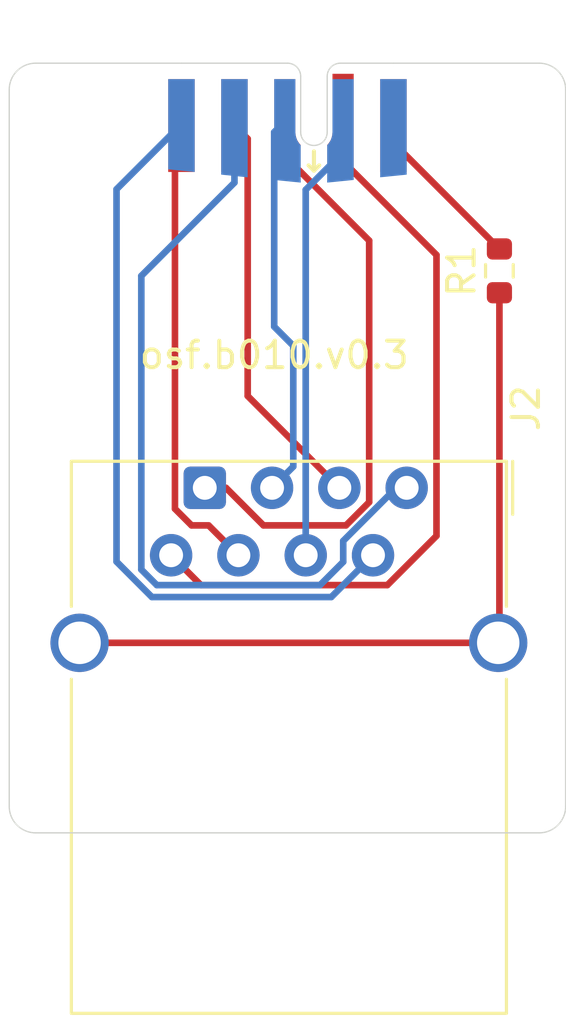
<source format=kicad_pcb>
(kicad_pcb (version 20171130) (host pcbnew "(5.1.10)-1")

  (general
    (thickness 1.6)
    (drawings 10)
    (tracks 46)
    (zones 0)
    (modules 3)
    (nets 11)
  )

  (page A4)
  (layers
    (0 F.Cu signal)
    (31 B.Cu signal)
    (32 B.Adhes user)
    (33 F.Adhes user)
    (34 B.Paste user)
    (35 F.Paste user)
    (36 B.SilkS user)
    (37 F.SilkS user)
    (38 B.Mask user)
    (39 F.Mask user)
    (40 Dwgs.User user)
    (41 Cmts.User user)
    (42 Eco1.User user)
    (43 Eco2.User user)
    (44 Edge.Cuts user)
    (45 Margin user)
    (46 B.CrtYd user)
    (47 F.CrtYd user)
    (48 B.Fab user)
    (49 F.Fab user)
  )

  (setup
    (last_trace_width 0.25)
    (trace_clearance 0.2)
    (zone_clearance 0.508)
    (zone_45_only no)
    (trace_min 0.2)
    (via_size 0.8)
    (via_drill 0.4)
    (via_min_size 0.4)
    (via_min_drill 0.3)
    (uvia_size 0.3)
    (uvia_drill 0.1)
    (uvias_allowed no)
    (uvia_min_size 0.2)
    (uvia_min_drill 0.1)
    (edge_width 0.05)
    (segment_width 0.2)
    (pcb_text_width 0.3)
    (pcb_text_size 1.5 1.5)
    (mod_edge_width 0.12)
    (mod_text_size 1 1)
    (mod_text_width 0.15)
    (pad_size 1.524 1.524)
    (pad_drill 0.762)
    (pad_to_mask_clearance 0.051)
    (solder_mask_min_width 0.25)
    (aux_axis_origin 0 0)
    (visible_elements 7FFFFFFF)
    (pcbplotparams
      (layerselection 0x010fc_ffffffff)
      (usegerberextensions false)
      (usegerberattributes false)
      (usegerberadvancedattributes false)
      (creategerberjobfile false)
      (excludeedgelayer true)
      (linewidth 0.100000)
      (plotframeref false)
      (viasonmask false)
      (mode 1)
      (useauxorigin false)
      (hpglpennumber 1)
      (hpglpenspeed 20)
      (hpglpendiameter 15.000000)
      (psnegative false)
      (psa4output false)
      (plotreference true)
      (plotvalue true)
      (plotinvisibletext false)
      (padsonsilk false)
      (subtractmaskfromsilk false)
      (outputformat 1)
      (mirror false)
      (drillshape 1)
      (scaleselection 1)
      (outputdirectory ""))
  )

  (net 0 "")
  (net 1 Earth)
  (net 2 "Net-(J1-Pad2)")
  (net 3 "Net-(J1-Pad4)")
  (net 4 "Net-(J1-Pad10)")
  (net 5 "Net-(J1-Pad8)")
  (net 6 "Net-(J1-Pad9)")
  (net 7 "Net-(J1-Pad7)")
  (net 8 "Net-(J1-Pad5)")
  (net 9 "Net-(J1-Pad3)")
  (net 10 "Net-(J2-PadSH)")

  (net_class Default "This is the default net class."
    (clearance 0.2)
    (trace_width 0.25)
    (via_dia 0.8)
    (via_drill 0.4)
    (uvia_dia 0.3)
    (uvia_drill 0.1)
    (add_net Earth)
    (add_net "Net-(J1-Pad10)")
    (add_net "Net-(J1-Pad2)")
    (add_net "Net-(J1-Pad3)")
    (add_net "Net-(J1-Pad4)")
    (add_net "Net-(J1-Pad5)")
    (add_net "Net-(J1-Pad7)")
    (add_net "Net-(J1-Pad8)")
    (add_net "Net-(J1-Pad9)")
    (add_net "Net-(J2-PadSH)")
  )

  (module Resistor_SMD:R_0603_1608Metric (layer F.Cu) (tedit 5F68FEEE) (tstamp 610C09D9)
    (at 128.5 87.825 90)
    (descr "Resistor SMD 0603 (1608 Metric), square (rectangular) end terminal, IPC_7351 nominal, (Body size source: IPC-SM-782 page 72, https://www.pcb-3d.com/wordpress/wp-content/uploads/ipc-sm-782a_amendment_1_and_2.pdf), generated with kicad-footprint-generator")
    (tags resistor)
    (path /60BEDA05)
    (attr smd)
    (fp_text reference R1 (at 0 -1.43 90) (layer F.SilkS)
      (effects (font (size 1 1) (thickness 0.15)))
    )
    (fp_text value 0R (at 0 1.43 90) (layer F.Fab)
      (effects (font (size 1 1) (thickness 0.15)))
    )
    (fp_text user %R (at 0 0 90) (layer F.Fab)
      (effects (font (size 0.4 0.4) (thickness 0.06)))
    )
    (fp_line (start -0.8 0.4125) (end -0.8 -0.4125) (layer F.Fab) (width 0.1))
    (fp_line (start -0.8 -0.4125) (end 0.8 -0.4125) (layer F.Fab) (width 0.1))
    (fp_line (start 0.8 -0.4125) (end 0.8 0.4125) (layer F.Fab) (width 0.1))
    (fp_line (start 0.8 0.4125) (end -0.8 0.4125) (layer F.Fab) (width 0.1))
    (fp_line (start -0.237258 -0.5225) (end 0.237258 -0.5225) (layer F.SilkS) (width 0.12))
    (fp_line (start -0.237258 0.5225) (end 0.237258 0.5225) (layer F.SilkS) (width 0.12))
    (fp_line (start -1.48 0.73) (end -1.48 -0.73) (layer F.CrtYd) (width 0.05))
    (fp_line (start -1.48 -0.73) (end 1.48 -0.73) (layer F.CrtYd) (width 0.05))
    (fp_line (start 1.48 -0.73) (end 1.48 0.73) (layer F.CrtYd) (width 0.05))
    (fp_line (start 1.48 0.73) (end -1.48 0.73) (layer F.CrtYd) (width 0.05))
    (pad 2 smd roundrect (at 0.825 0 90) (size 0.8 0.95) (layers F.Cu F.Paste F.Mask) (roundrect_rratio 0.25)
      (net 1 Earth))
    (pad 1 smd roundrect (at -0.825 0 90) (size 0.8 0.95) (layers F.Cu F.Paste F.Mask) (roundrect_rratio 0.25)
      (net 10 "Net-(J2-PadSH)"))
    (model ${KISYS3DMOD}/Resistor_SMD.3dshapes/R_0603_1608Metric.wrl
      (at (xyz 0 0 0))
      (scale (xyz 1 1 1))
      (rotate (xyz 0 0 0))
    )
  )

  (module AI-footprints:RJ45_Wuerth_615008145521_Horizontal (layer F.Cu) (tedit 60475F02) (tstamp 60304140)
    (at 125 96 270)
    (descr "10/100Base-TX RJ45 ethernet magnetic transformer connector horizontal https://katalog.we-online.de/pbs/datasheet/7499010121A.pdf")
    (tags "RJ45 ethernet magnetic")
    (path /60304280)
    (fp_text reference J2 (at -3 -4.5 90) (layer F.SilkS)
      (effects (font (size 1 1) (thickness 0.15)))
    )
    (fp_text value RJ45_Shielded (at 7 14.5 90) (layer F.Fab)
      (effects (font (size 1 1) (thickness 0.15)))
    )
    (fp_line (start 0 -2.66) (end -1 -3.66) (layer F.Fab) (width 0.1))
    (fp_line (start 0 -2.655) (end 1 -3.655) (layer F.Fab) (width 0.1))
    (fp_line (start 19.69 -3.655) (end 1 -3.655) (layer F.Fab) (width 0.1))
    (fp_line (start 7.02 13.72) (end 4.66 13.72) (layer F.CrtYd) (width 0.05))
    (fp_line (start 20.19 13.05) (end 7.02 13.05) (layer F.CrtYd) (width 0.05))
    (fp_line (start 7.02 13.05) (end 7.02 13.72) (layer F.CrtYd) (width 0.05))
    (fp_line (start 4.66 13.05) (end -1.25 13.05) (layer F.CrtYd) (width 0.05))
    (fp_line (start 4.66 13.05) (end 4.66 13.72) (layer F.CrtYd) (width 0.05))
    (fp_line (start 20.19 -4.16) (end 7.02 -4.16) (layer F.CrtYd) (width 0.05))
    (fp_line (start 4.66 -4.83) (end 4.66 -4.16) (layer F.CrtYd) (width 0.05))
    (fp_line (start 7.02 -4.83) (end 7.02 -4.16) (layer F.CrtYd) (width 0.05))
    (fp_line (start 7.02 -4.83) (end 4.66 -4.83) (layer F.CrtYd) (width 0.05))
    (fp_line (start 4.47 -3.765) (end -1 -3.765) (layer F.SilkS) (width 0.12))
    (fp_line (start 7.21 12.655) (end 19.8 12.655) (layer F.SilkS) (width 0.12))
    (fp_line (start -1 12.545) (end 19.69 12.545) (layer F.Fab) (width 0.1))
    (fp_line (start 19.69 12.545) (end 19.69 -3.655) (layer F.Fab) (width 0.1))
    (fp_line (start -1 -3.655) (end -1 -3.66) (layer F.Fab) (width 0.1))
    (fp_line (start -1 -3.655) (end -1 12.545) (layer F.Fab) (width 0.1))
    (fp_line (start -1 12.655) (end 4.47 12.655) (layer F.SilkS) (width 0.12))
    (fp_line (start 19.8 12.655) (end 19.8 -3.765) (layer F.SilkS) (width 0.12))
    (fp_line (start 19.8 -3.765) (end 7.21 -3.765) (layer F.SilkS) (width 0.12))
    (fp_line (start -1 -3.75) (end -1 12.655) (layer F.SilkS) (width 0.12))
    (fp_line (start -1 -4) (end 1 -4) (layer F.SilkS) (width 0.12))
    (fp_line (start 20.19 13.05) (end 20.19 -4.16) (layer F.CrtYd) (width 0.05))
    (fp_line (start 4.66 -4.16) (end -1.25 -4.16) (layer F.CrtYd) (width 0.05))
    (fp_line (start -1.25 -4.16) (end -1.25 13.05) (layer F.CrtYd) (width 0.05))
    (fp_text user %R (at 7.5 4 270) (layer F.Fab)
      (effects (font (size 1 1) (thickness 0.15)))
    )
    (pad SH thru_hole circle (at 5.84 12.345) (size 2.2 2.2) (drill 1.6) (layers *.Cu *.Mask)
      (net 10 "Net-(J2-PadSH)"))
    (pad SH thru_hole circle (at 5.84 -3.455) (size 2.2 2.2) (drill 1.6) (layers *.Cu *.Mask)
      (net 10 "Net-(J2-PadSH)"))
    (pad "" np_thru_hole circle (at 8.89 10.16) (size 3.25 3.25) (drill 3.25) (layers *.Cu *.Mask))
    (pad "" np_thru_hole circle (at 8.89 -1.27) (size 3.25 3.25) (drill 3.25) (layers *.Cu *.Mask))
    (pad 2 thru_hole circle (at 2.54 8.89) (size 1.6 1.6) (drill 0.9) (layers *.Cu *.Mask)
      (net 2 "Net-(J1-Pad2)"))
    (pad 1 thru_hole roundrect (at 0 7.62) (size 1.6 1.6) (drill 0.9) (layers *.Cu *.Mask) (roundrect_rratio 0.155)
      (net 9 "Net-(J1-Pad3)"))
    (pad 3 thru_hole circle (at 2.54 6.35) (size 1.6 1.6) (drill 0.9) (layers *.Cu *.Mask)
      (net 8 "Net-(J1-Pad5)"))
    (pad 5 thru_hole circle (at 0 5.08) (size 1.6 1.6) (drill 0.9) (layers *.Cu *.Mask)
      (net 5 "Net-(J1-Pad8)"))
    (pad 4 thru_hole circle (at 2.54 3.81) (size 1.6 1.6) (drill 0.9) (layers *.Cu *.Mask)
      (net 7 "Net-(J1-Pad7)"))
    (pad 6 thru_hole circle (at 0 2.54) (size 1.6 1.6) (drill 0.9) (layers *.Cu *.Mask)
      (net 3 "Net-(J1-Pad4)"))
    (pad 8 thru_hole circle (at 2.54 1.27) (size 1.6 1.6) (drill 0.9) (layers *.Cu *.Mask)
      (net 4 "Net-(J1-Pad10)"))
    (pad 7 thru_hole circle (at 0 0) (size 1.6 1.6) (drill 0.9) (layers *.Cu *.Mask)
      (net 6 "Net-(J1-Pad9)"))
    (model "C:/Users/marie/OneDrive/Dokumente/Arbeit/PCBs/aiKiCad_Bibliotheken/AI-3D-models/615008145521 (rev1).stp"
      (offset (xyz 1.6 -4.45 6))
      (scale (xyz 1 1 1))
      (rotate (xyz 0 0 90))
    )
  )

  (module on_edge:on_edge_2x05_device (layer F.Cu) (tedit 607DF540) (tstamp 60304115)
    (at 120.5 80 180)
    (path /6034AD75)
    (attr virtual)
    (fp_text reference J1 (at 0 1.2 180 unlocked) (layer F.Fab)
      (effects (font (size 0.5 0.5) (thickness 0.05)))
    )
    (fp_text value 009_1000BASE-T_2x5 (at 0 2 180 unlocked) (layer F.Fab)
      (effects (font (size 0.5 0.5) (thickness 0.05)))
    )
    (fp_line (start 5 0.5) (end 5 -5) (layer B.CrtYd) (width 0.05))
    (fp_line (start -5 0.5) (end 5 0.5) (layer B.CrtYd) (width 0.05))
    (fp_line (start -5 -5) (end -5 0.5) (layer B.CrtYd) (width 0.05))
    (fp_line (start 5 -5) (end -5 -5) (layer B.CrtYd) (width 0.05))
    (fp_line (start -5 0.5) (end -5 -5) (layer F.CrtYd) (width 0.05))
    (fp_line (start 5 0.5) (end -5 0.5) (layer F.CrtYd) (width 0.05))
    (fp_line (start 5 -5) (end 5 0.5) (layer F.CrtYd) (width 0.05))
    (fp_line (start -5 -5) (end 5 -5) (layer F.CrtYd) (width 0.05))
    (fp_line (start 0 0) (end 4 0) (layer Edge.Cuts) (width 0.05))
    (fp_line (start -4 0) (end -2 0) (layer Edge.Cuts) (width 0.05))
    (fp_line (start -1 -4.05) (end -1 -3.323) (layer F.SilkS) (width 0.153))
    (fp_line (start -1 -4.05) (end -0.8 -3.85) (layer F.SilkS) (width 0.153))
    (fp_line (start -1.2 -3.85) (end -1 -4.05) (layer F.SilkS) (width 0.153))
    (fp_line (start -0.5 -0.5) (end -0.5 -2.6) (layer Edge.Cuts) (width 0.05))
    (fp_line (start -1.5 -2.6) (end -1.5 -0.5) (layer Edge.Cuts) (width 0.05))
    (fp_arc (start -2 -0.5) (end -2 0) (angle -90) (layer Edge.Cuts) (width 0.05))
    (fp_arc (start 0 -0.5) (end -0.5 -0.5) (angle -90) (layer Edge.Cuts) (width 0.05))
    (fp_arc (start -1 -2.6) (end -0.5 -2.6) (angle -180) (layer Edge.Cuts) (width 0.05))
    (pad 2 smd custom (at -2 -3.6 180) (size 1 1) (layers F.Cu F.Mask)
      (net 2 "Net-(J1-Pad2)") (zone_connect 0)
      (options (clearance outline) (anchor rect))
      (primitives
        (gr_poly (pts
           (xy 0.3 1) (xy 0.31 0.89) (xy 0.33 0.81) (xy 0.35 0.75) (xy 0.37 0.7)
           (xy 0.4 0.65) (xy 0.44 0.59) (xy 0.48 0.54) (xy 0.5 0.52) (xy 0.5 -0.5)
           (xy -0.5 -0.5) (xy -0.5 3.2) (xy 0.3 3.2)) (width 0))
      ))
    (pad 3 smd custom (at 0 -3.6 180) (size 1 1) (layers F.Cu F.Mask)
      (net 9 "Net-(J1-Pad3)") (zone_connect 0)
      (options (clearance outline) (anchor rect))
      (primitives
        (gr_poly (pts
           (xy -0.3 1) (xy -0.31 0.89) (xy -0.33 0.81) (xy -0.35 0.75) (xy -0.37 0.7)
           (xy -0.4 0.65) (xy -0.44 0.59) (xy -0.48 0.54) (xy -0.5 0.52) (xy -0.5 -0.5)
           (xy 0.5 -0.5) (xy 0.5 3) (xy -0.3 3)) (width 0))
      ))
    (pad 8 smd custom (at 0 -2.1 180) (size 0.4 0.4) (layers B.Cu B.Mask)
      (net 5 "Net-(J1-Pad8)") (zone_connect 0)
      (options (clearance outline) (anchor rect))
      (primitives
        (gr_poly (pts
           (xy -0.3 -0.51) (xy -0.31 -0.62) (xy -0.33 -0.7) (xy -0.35 -0.76) (xy -0.37 -0.81)
           (xy -0.4 -0.86) (xy -0.44 -0.92) (xy -0.48 -0.97) (xy -0.5 -0.99) (xy -0.5 -2.4)
           (xy 0.5 -2.3) (xy 0.5 1.5) (xy -0.3 1.5)) (width 0))
      ))
    (pad 7 smd custom (at -2 -2.1 180) (size 0.4 0.4) (layers B.Cu B.Mask)
      (net 7 "Net-(J1-Pad7)") (zone_connect 0)
      (options (clearance outline) (anchor rect))
      (primitives
        (gr_poly (pts
           (xy 0.3 -0.51) (xy 0.31 -0.62) (xy 0.33 -0.7) (xy 0.35 -0.76) (xy 0.37 -0.81)
           (xy 0.4 -0.86) (xy 0.44 -0.92) (xy 0.48 -0.97) (xy 0.5 -0.99) (xy 0.5 -2.4)
           (xy -0.5 -2.3) (xy -0.5 1.5) (xy 0.3 1.5)) (width 0))
      ))
    (pad 10 smd custom (at 4 -2.3 180) (size 1 3.4) (layers B.Cu B.Mask)
      (net 4 "Net-(J1-Pad10)") (zone_connect 0)
      (options (clearance outline) (anchor rect))
      (primitives
        (gr_poly (pts
           (xy -0.5 -1.7) (xy -0.5 -1.8) (xy 0.5 -1.7)) (width 0))
      ))
    (pad 9 smd custom (at 2 -2.4 180) (size 1 3.6) (layers B.Cu B.Mask)
      (net 6 "Net-(J1-Pad9)") (zone_connect 0)
      (options (clearance outline) (anchor rect))
      (primitives
        (gr_poly (pts
           (xy -0.5 -1.8) (xy -0.5 -1.9) (xy 0.5 -1.8)) (width 0))
      ))
    (pad 6 smd custom (at -4 -2.4 180) (size 1 3.6) (layers B.Cu B.Mask)
      (net 1 Earth) (zone_connect 0)
      (options (clearance outline) (anchor rect))
      (primitives
        (gr_poly (pts
           (xy 0.5 -1.8) (xy 0.5 -1.9) (xy -0.5 -1.8)) (width 0))
      ))
    (pad 5 smd rect (at 4 -2.35) (size 1 3.5) (layers F.Cu F.Mask)
      (net 8 "Net-(J1-Pad5)") (zone_connect 0))
    (pad 1 smd rect (at -4 -2.35) (size 1 3.5) (layers F.Cu F.Mask)
      (net 1 Earth) (zone_connect 0))
    (pad 4 smd rect (at 2 -2.35) (size 1 3.5) (layers F.Cu F.Mask)
      (net 3 "Net-(J1-Pad4)") (zone_connect 0))
  )

  (gr_text osf.b010.v0.3 (at 120 91) (layer F.SilkS)
    (effects (font (size 1 1) (thickness 0.15)))
  )
  (gr_arc (start 130 108) (end 130 109) (angle -90) (layer Edge.Cuts) (width 0.05) (tstamp 6032225C))
  (gr_arc (start 111 108) (end 110 108) (angle -90) (layer Edge.Cuts) (width 0.05) (tstamp 6032225C))
  (gr_arc (start 111 81) (end 111 80) (angle -90) (layer Edge.Cuts) (width 0.05) (tstamp 6032225C))
  (gr_arc (start 130 81) (end 131 81) (angle -90) (layer Edge.Cuts) (width 0.05))
  (gr_line (start 124.5 80) (end 130 80) (layer Edge.Cuts) (width 0.05))
  (gr_line (start 110 108) (end 110 81) (layer Edge.Cuts) (width 0.05) (tstamp 6031C944))
  (gr_line (start 130 109) (end 111 109) (layer Edge.Cuts) (width 0.05))
  (gr_line (start 131 81) (end 131 108) (layer Edge.Cuts) (width 0.05))
  (gr_line (start 111 80) (end 116.5 80) (layer Edge.Cuts) (width 0.05))

  (segment (start 124.5 83) (end 128.5 87) (width 0.25) (layer F.Cu) (net 1))
  (segment (start 124.5 82.35) (end 124.5 83) (width 0.25) (layer F.Cu) (net 1))
  (segment (start 126.125001 87.225001) (end 122.5 83.6) (width 0.25) (layer F.Cu) (net 2))
  (segment (start 124.270001 99.665001) (end 126.125001 97.810001) (width 0.25) (layer F.Cu) (net 2))
  (segment (start 126.125001 97.810001) (end 126.125001 87.225001) (width 0.25) (layer F.Cu) (net 2))
  (segment (start 117.235001 99.665001) (end 124.270001 99.665001) (width 0.25) (layer F.Cu) (net 2))
  (segment (start 116.11 98.54) (end 117.235001 99.665001) (width 0.25) (layer F.Cu) (net 2))
  (segment (start 122.46 96) (end 119 92.54) (width 0.25) (layer F.Cu) (net 3))
  (segment (start 119 82.85) (end 118.5 82.35) (width 0.25) (layer F.Cu) (net 3))
  (segment (start 119 92.54) (end 119 82.85) (width 0.25) (layer F.Cu) (net 3))
  (segment (start 122.154988 100.115012) (end 123.73 98.54) (width 0.25) (layer B.Cu) (net 4))
  (segment (start 115.383599 100.115012) (end 122.154988 100.115012) (width 0.25) (layer B.Cu) (net 4))
  (segment (start 114.049991 98.781404) (end 115.383599 100.115012) (width 0.25) (layer B.Cu) (net 4))
  (segment (start 114.049991 84.750009) (end 114.049991 98.781404) (width 0.25) (layer B.Cu) (net 4))
  (segment (start 116.5 82.3) (end 114.049991 84.750009) (width 0.25) (layer B.Cu) (net 4))
  (segment (start 120.719999 95.200001) (end 120.719999 90.646997) (width 0.25) (layer B.Cu) (net 5))
  (segment (start 119.92 96) (end 120.719999 95.200001) (width 0.25) (layer B.Cu) (net 5))
  (segment (start 120.719999 90.646997) (end 120 89.926998) (width 0.25) (layer B.Cu) (net 5))
  (segment (start 120 82.6) (end 120.5 82.1) (width 0.25) (layer B.Cu) (net 5))
  (segment (start 120 89.926998) (end 120 82.6) (width 0.25) (layer B.Cu) (net 5))
  (segment (start 121.730001 99.665001) (end 122.604999 98.790003) (width 0.25) (layer B.Cu) (net 6))
  (segment (start 115.569999 99.665001) (end 121.730001 99.665001) (width 0.25) (layer B.Cu) (net 6))
  (segment (start 114.984999 99.080001) (end 115.569999 99.665001) (width 0.25) (layer B.Cu) (net 6))
  (segment (start 124.604998 96) (end 125 96) (width 0.25) (layer B.Cu) (net 6))
  (segment (start 114.984999 88.015001) (end 114.984999 99.080001) (width 0.25) (layer B.Cu) (net 6))
  (segment (start 122.604999 97.999999) (end 124.604998 96) (width 0.25) (layer B.Cu) (net 6))
  (segment (start 118.5 84.5) (end 114.984999 88.015001) (width 0.25) (layer B.Cu) (net 6))
  (segment (start 122.604999 98.790003) (end 122.604999 97.999999) (width 0.25) (layer B.Cu) (net 6))
  (segment (start 118.5 82.4) (end 118.5 84.5) (width 0.25) (layer B.Cu) (net 6))
  (segment (start 122.5 83.459636) (end 122.5 82.1) (width 0.25) (layer B.Cu) (net 7))
  (segment (start 121.19 84.769636) (end 122.5 83.459636) (width 0.25) (layer B.Cu) (net 7))
  (segment (start 121.19 98.54) (end 121.19 84.769636) (width 0.25) (layer B.Cu) (net 7))
  (segment (start 116.25499 82.59501) (end 116.5 82.35) (width 0.25) (layer F.Cu) (net 8))
  (segment (start 116.25499 96.789348) (end 116.25499 82.59501) (width 0.25) (layer F.Cu) (net 8))
  (segment (start 116.880641 97.414999) (end 116.25499 96.789348) (width 0.25) (layer F.Cu) (net 8))
  (segment (start 117.524999 97.414999) (end 116.880641 97.414999) (width 0.25) (layer F.Cu) (net 8))
  (segment (start 118.65 98.54) (end 117.524999 97.414999) (width 0.25) (layer F.Cu) (net 8))
  (segment (start 123.585001 86.685001) (end 120.5 83.6) (width 0.25) (layer F.Cu) (net 9))
  (segment (start 122.710003 97.414999) (end 123.585001 96.540001) (width 0.25) (layer F.Cu) (net 9))
  (segment (start 123.585001 96.540001) (end 123.585001 86.685001) (width 0.25) (layer F.Cu) (net 9))
  (segment (start 119.594999 97.414999) (end 122.710003 97.414999) (width 0.25) (layer F.Cu) (net 9))
  (segment (start 118.18 96) (end 119.594999 97.414999) (width 0.25) (layer F.Cu) (net 9))
  (segment (start 117.38 96) (end 118.18 96) (width 0.25) (layer F.Cu) (net 9))
  (segment (start 112.655 101.84) (end 128.455 101.84) (width 0.25) (layer F.Cu) (net 10))
  (segment (start 128.5 101.795) (end 128.455 101.84) (width 0.25) (layer F.Cu) (net 10))
  (segment (start 128.5 88.65) (end 128.5 101.795) (width 0.25) (layer F.Cu) (net 10))

)

</source>
